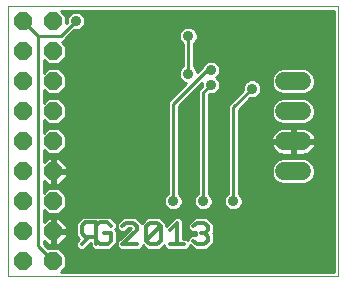
<source format=gtl>
G75*
G70*
%OFA0B0*%
%FSLAX24Y24*%
%IPPOS*%
%LPD*%
%AMOC8*
5,1,8,0,0,1.08239X$1,22.5*
%
%ADD10C,0.0000*%
%ADD11C,0.0594*%
%ADD12OC8,0.0600*%
%ADD13C,0.0120*%
%ADD14C,0.0357*%
%ADD15C,0.0100*%
D10*
X000151Y000151D02*
X000151Y009151D01*
X011151Y009151D01*
X011151Y000151D01*
X000151Y000151D01*
D11*
X009354Y003651D02*
X009948Y003651D01*
X009948Y004651D02*
X009354Y004651D01*
X009354Y005651D02*
X009948Y005651D01*
X009948Y006651D02*
X009354Y006651D01*
D12*
X001651Y006651D03*
X000651Y006651D03*
X000651Y005651D03*
X001651Y005651D03*
X001651Y004651D03*
X000651Y004651D03*
X000651Y003651D03*
X001651Y003651D03*
X001651Y002651D03*
X000651Y002651D03*
X000651Y001651D03*
X001651Y001651D03*
X001651Y000651D03*
X000651Y000651D03*
X000651Y007651D03*
X001651Y007651D03*
X001651Y008651D03*
X000651Y008651D03*
D13*
X002721Y001951D02*
X002601Y001831D01*
X002601Y001581D01*
X002721Y001461D01*
X002841Y001461D01*
X002601Y001211D01*
X002841Y001461D02*
X003091Y001461D01*
X003091Y001831D01*
X003091Y001951D01*
X002721Y001951D01*
X003091Y001831D02*
X003211Y001951D01*
X003451Y001951D01*
X003571Y001831D01*
X003581Y001581D02*
X003331Y001581D01*
X003581Y001581D02*
X003581Y001341D01*
X003461Y001211D01*
X003211Y001211D01*
X003091Y001331D01*
X003091Y001211D01*
X003091Y001331D02*
X003091Y001461D01*
X003951Y001211D02*
X004441Y001691D01*
X004441Y001811D01*
X004441Y001821D02*
X004321Y001941D01*
X004081Y001941D01*
X003951Y001811D01*
X003951Y001211D02*
X004441Y001211D01*
X004751Y001331D02*
X004871Y001211D01*
X005111Y001211D01*
X005231Y001331D01*
X005231Y001811D01*
X005111Y001931D01*
X004871Y001931D01*
X004751Y001811D01*
X004751Y001331D01*
X005221Y001811D01*
X005541Y001689D02*
X005784Y001931D01*
X005784Y001924D02*
X005784Y001219D01*
X006024Y001211D02*
X005539Y001211D01*
X006321Y001341D02*
X006451Y001211D01*
X006691Y001211D01*
X006811Y001331D01*
X006811Y001341D02*
X006811Y001461D01*
X006811Y001471D02*
X006701Y001581D01*
X006811Y001691D01*
X006811Y001811D01*
X006811Y001821D02*
X006691Y001941D01*
X006451Y001941D01*
X006321Y001811D01*
X006584Y001581D02*
X006699Y001581D01*
D14*
X006651Y002651D03*
X005651Y002651D03*
X007651Y002651D03*
X008276Y006401D03*
X006901Y006526D03*
X006901Y007026D03*
X006151Y006901D03*
X006151Y008151D03*
X002401Y008651D03*
D15*
X001901Y008151D01*
X001151Y008151D01*
X000651Y008651D01*
X001151Y008151D02*
X001151Y001151D01*
X001651Y000651D01*
X001971Y000940D02*
X011001Y000940D01*
X011001Y001038D02*
X006787Y001038D01*
X006770Y001021D02*
X007001Y001252D01*
X007001Y001392D01*
X007001Y001550D01*
X006970Y001581D01*
X007001Y001612D01*
X007001Y001742D01*
X007001Y001900D01*
X006770Y002131D01*
X006612Y002131D01*
X006372Y002131D01*
X006261Y002020D01*
X006131Y001890D01*
X006131Y001732D01*
X006242Y001621D01*
X006394Y001621D01*
X006394Y001531D01*
X006242Y001531D01*
X005974Y001531D01*
X005974Y001629D02*
X006234Y001629D01*
X006242Y001531D02*
X006131Y001420D01*
X006131Y001372D01*
X006102Y001401D01*
X005974Y001401D01*
X005974Y002002D01*
X005974Y002002D01*
X005974Y002010D01*
X005862Y002121D01*
X005705Y002121D01*
X005421Y001837D01*
X005421Y001890D01*
X005301Y002010D01*
X005190Y002121D01*
X004950Y002121D01*
X004792Y002121D01*
X004672Y002001D01*
X004601Y001930D01*
X004400Y002131D01*
X004242Y002131D01*
X004002Y002131D01*
X003891Y002020D01*
X003761Y001890D01*
X003761Y001732D01*
X003872Y001621D01*
X004030Y001621D01*
X004160Y001751D01*
X004231Y001751D01*
X003874Y001401D01*
X003872Y001401D01*
X003816Y001345D01*
X003773Y001302D01*
X003771Y001345D01*
X003771Y001660D01*
X003720Y001711D01*
X003761Y001752D01*
X003761Y001910D01*
X003530Y002141D01*
X003372Y002141D01*
X003170Y002141D01*
X002800Y002141D01*
X002642Y002141D01*
X002522Y002021D01*
X002411Y001910D01*
X002411Y001660D01*
X002411Y001502D01*
X002516Y001397D01*
X002410Y001286D01*
X002413Y001129D01*
X002526Y001020D01*
X002684Y001023D01*
X002901Y001249D01*
X002901Y001132D01*
X003012Y001021D01*
X003170Y001021D01*
X003290Y001021D01*
X003387Y001021D01*
X003390Y001018D01*
X003465Y001021D01*
X003540Y001021D01*
X003543Y001024D01*
X003547Y001024D01*
X003598Y001079D01*
X003651Y001132D01*
X003651Y001137D01*
X003718Y001209D01*
X003761Y001253D01*
X003761Y001211D01*
X003760Y001134D01*
X003761Y001134D01*
X003761Y001132D01*
X003817Y001076D01*
X003871Y001022D01*
X003872Y001022D01*
X003872Y001021D01*
X003951Y001021D01*
X004028Y001020D01*
X004029Y001021D01*
X004520Y001021D01*
X004631Y001132D01*
X004631Y001183D01*
X004792Y001021D01*
X004950Y001021D01*
X005032Y001021D01*
X005190Y001021D01*
X005310Y001141D01*
X005349Y001180D01*
X005349Y001132D01*
X005460Y001021D01*
X006102Y001021D01*
X006214Y001132D01*
X006214Y001180D01*
X006261Y001132D01*
X006372Y001021D01*
X006612Y001021D01*
X006770Y001021D01*
X006885Y001137D02*
X011001Y001137D01*
X011001Y001235D02*
X006984Y001235D01*
X007001Y001334D02*
X011001Y001334D01*
X011001Y001432D02*
X007001Y001432D01*
X007001Y001531D02*
X011001Y001531D01*
X011001Y001629D02*
X007001Y001629D01*
X007001Y001728D02*
X011001Y001728D01*
X011001Y001826D02*
X007001Y001826D01*
X006976Y001925D02*
X011001Y001925D01*
X011001Y002024D02*
X006878Y002024D01*
X006779Y002122D02*
X011001Y002122D01*
X011001Y002221D02*
X001331Y002221D01*
X001331Y002319D02*
X001375Y002319D01*
X001331Y002363D02*
X001473Y002221D01*
X001829Y002221D01*
X002081Y002473D01*
X002081Y002829D01*
X001829Y003081D01*
X001473Y003081D01*
X001331Y002939D01*
X001331Y003335D01*
X001465Y003201D01*
X001601Y003201D01*
X001601Y003601D01*
X001701Y003601D01*
X001701Y003201D01*
X001838Y003201D01*
X002101Y003465D01*
X002101Y003601D01*
X001701Y003601D01*
X001701Y003701D01*
X001601Y003701D01*
X001601Y004101D01*
X001465Y004101D01*
X001331Y003967D01*
X001331Y004363D01*
X001473Y004221D01*
X001829Y004221D01*
X002081Y004473D01*
X002081Y004829D01*
X001829Y005081D01*
X001473Y005081D01*
X001331Y004939D01*
X001331Y005363D01*
X001473Y005221D01*
X001829Y005221D01*
X002081Y005473D01*
X002081Y005829D01*
X001829Y006081D01*
X001473Y006081D01*
X001331Y005939D01*
X001331Y006363D01*
X001473Y006221D01*
X001829Y006221D01*
X002081Y006473D01*
X002081Y006829D01*
X001829Y007081D01*
X001473Y007081D01*
X001331Y006939D01*
X001331Y007363D01*
X001473Y007221D01*
X001829Y007221D01*
X002081Y007473D01*
X002081Y007829D01*
X001939Y007971D01*
X001976Y007971D01*
X002081Y008077D01*
X002347Y008343D01*
X002463Y008343D01*
X002576Y008390D01*
X002663Y008476D01*
X002710Y008590D01*
X002710Y008713D01*
X002663Y008826D01*
X002576Y008913D01*
X002463Y008960D01*
X002340Y008960D01*
X002226Y008913D01*
X002140Y008826D01*
X002093Y008713D01*
X002093Y008597D01*
X002081Y008586D01*
X002081Y008829D01*
X001909Y009001D01*
X011001Y009001D01*
X011001Y000301D01*
X001909Y000301D01*
X002081Y000473D01*
X002081Y000829D01*
X001829Y001081D01*
X001476Y001081D01*
X001331Y001226D01*
X001331Y001335D01*
X001465Y001201D01*
X001601Y001201D01*
X001601Y001601D01*
X001701Y001601D01*
X001701Y001201D01*
X001838Y001201D01*
X002101Y001465D01*
X002101Y001601D01*
X001701Y001601D01*
X001701Y001701D01*
X001601Y001701D01*
X001601Y002101D01*
X001465Y002101D01*
X001331Y001967D01*
X001331Y002363D01*
X001331Y002122D02*
X002623Y002122D01*
X002525Y002024D02*
X001915Y002024D01*
X001838Y002101D02*
X001701Y002101D01*
X001701Y001701D01*
X002101Y001701D01*
X002101Y001838D01*
X001838Y002101D01*
X001701Y002024D02*
X001601Y002024D01*
X001601Y001925D02*
X001701Y001925D01*
X001701Y001826D02*
X001601Y001826D01*
X001601Y001728D02*
X001701Y001728D01*
X001701Y001629D02*
X002411Y001629D01*
X002411Y001531D02*
X002101Y001531D01*
X002069Y001432D02*
X002481Y001432D01*
X002455Y001334D02*
X001970Y001334D01*
X001872Y001235D02*
X002411Y001235D01*
X002413Y001137D02*
X001420Y001137D01*
X001431Y001235D02*
X001331Y001235D01*
X001331Y001334D02*
X001332Y001334D01*
X001601Y001334D02*
X001701Y001334D01*
X001701Y001432D02*
X001601Y001432D01*
X001601Y001531D02*
X001701Y001531D01*
X001701Y001235D02*
X001601Y001235D01*
X001872Y001038D02*
X002507Y001038D01*
X002698Y001038D02*
X002996Y001038D01*
X002901Y001137D02*
X002793Y001137D01*
X002888Y001235D02*
X002901Y001235D01*
X002411Y001728D02*
X002101Y001728D01*
X002101Y001826D02*
X002411Y001826D01*
X002426Y001925D02*
X002014Y001925D01*
X001927Y002319D02*
X011001Y002319D01*
X011001Y002418D02*
X007854Y002418D01*
X007826Y002390D02*
X007913Y002476D01*
X007960Y002590D01*
X007960Y002713D01*
X007913Y002826D01*
X007831Y002907D01*
X007831Y005702D01*
X008222Y006093D01*
X008338Y006093D01*
X008451Y006140D01*
X008538Y006226D01*
X008585Y006340D01*
X008585Y006463D01*
X008538Y006576D01*
X008451Y006663D01*
X008338Y006710D01*
X008215Y006710D01*
X008101Y006663D01*
X008015Y006576D01*
X007968Y006463D01*
X007968Y006347D01*
X007577Y005956D01*
X007471Y005851D01*
X007471Y002907D01*
X007390Y002826D01*
X007343Y002713D01*
X006959Y002713D01*
X006960Y002713D02*
X006913Y002826D01*
X006831Y002907D01*
X006831Y006202D01*
X006847Y006218D01*
X006963Y006218D01*
X007076Y006265D01*
X007163Y006351D01*
X007210Y006465D01*
X007210Y006588D01*
X007163Y006701D01*
X007087Y006776D01*
X007163Y006851D01*
X007210Y006965D01*
X007210Y007088D01*
X007163Y007201D01*
X007076Y007288D01*
X006963Y007335D01*
X006840Y007335D01*
X006726Y007288D01*
X006640Y007201D01*
X006600Y007104D01*
X006459Y006964D01*
X006413Y007076D01*
X006331Y007157D01*
X006331Y007895D01*
X006413Y007976D01*
X006460Y008090D01*
X006460Y008213D01*
X006413Y008326D01*
X006326Y008413D01*
X006213Y008460D01*
X006090Y008460D01*
X005976Y008413D01*
X005890Y008326D01*
X005843Y008213D01*
X005843Y008090D01*
X005890Y007976D01*
X005971Y007895D01*
X005971Y007157D01*
X005890Y007076D01*
X005843Y006963D01*
X005843Y006840D01*
X005890Y006726D01*
X005976Y006640D01*
X006089Y006593D01*
X005577Y006081D01*
X005471Y005976D01*
X005471Y002907D01*
X005390Y002826D01*
X005343Y002713D01*
X002081Y002713D01*
X002081Y002615D02*
X005343Y002615D01*
X005343Y002590D02*
X005390Y002476D01*
X005476Y002390D01*
X005590Y002343D01*
X005713Y002343D01*
X005826Y002390D01*
X005913Y002476D01*
X005960Y002590D01*
X005960Y002713D01*
X005913Y002826D01*
X005831Y002907D01*
X005831Y005827D01*
X006593Y006589D01*
X006593Y006588D01*
X006593Y006472D01*
X006577Y006456D01*
X006471Y006351D01*
X006471Y002907D01*
X006390Y002826D01*
X006343Y002713D01*
X005959Y002713D01*
X005960Y002615D02*
X006343Y002615D01*
X006343Y002590D02*
X006390Y002476D01*
X006476Y002390D01*
X006590Y002343D01*
X006713Y002343D01*
X006826Y002390D01*
X006913Y002476D01*
X006960Y002590D01*
X006960Y002713D01*
X006960Y002615D02*
X007343Y002615D01*
X007343Y002590D02*
X007390Y002476D01*
X007476Y002390D01*
X007590Y002343D01*
X007713Y002343D01*
X007826Y002390D01*
X007929Y002516D02*
X011001Y002516D01*
X011001Y002615D02*
X007960Y002615D01*
X007959Y002713D02*
X011001Y002713D01*
X011001Y002812D02*
X007918Y002812D01*
X007831Y002910D02*
X011001Y002910D01*
X011001Y003009D02*
X007831Y003009D01*
X007831Y003107D02*
X011001Y003107D01*
X011001Y003206D02*
X007831Y003206D01*
X007831Y003305D02*
X009097Y003305D01*
X009113Y003289D02*
X009269Y003224D01*
X010033Y003224D01*
X010190Y003289D01*
X010310Y003409D01*
X010375Y003566D01*
X010375Y003736D01*
X010310Y003893D01*
X010190Y004013D01*
X010033Y004078D01*
X009269Y004078D01*
X009113Y004013D01*
X008992Y003893D01*
X008927Y003736D01*
X008927Y003566D01*
X008992Y003409D01*
X009113Y003289D01*
X008999Y003403D02*
X007831Y003403D01*
X007831Y003502D02*
X008954Y003502D01*
X008927Y003600D02*
X007831Y003600D01*
X007831Y003699D02*
X008927Y003699D01*
X008953Y003797D02*
X007831Y003797D01*
X007831Y003896D02*
X008995Y003896D01*
X009094Y003994D02*
X007831Y003994D01*
X007831Y004093D02*
X011001Y004093D01*
X011001Y004191D02*
X007831Y004191D01*
X007831Y004290D02*
X009091Y004290D01*
X009063Y004310D02*
X009120Y004269D01*
X009183Y004237D01*
X009250Y004215D01*
X009319Y004204D01*
X009603Y004204D01*
X009603Y004602D01*
X009700Y004602D01*
X009700Y004204D01*
X009983Y004204D01*
X010053Y004215D01*
X010120Y004237D01*
X010182Y004269D01*
X010239Y004310D01*
X010289Y004360D01*
X010330Y004417D01*
X010362Y004480D01*
X010384Y004546D01*
X010393Y004603D01*
X009700Y004603D01*
X009700Y004700D01*
X009603Y004700D01*
X009603Y005098D01*
X009319Y005098D01*
X009250Y005087D01*
X009183Y005065D01*
X009120Y005033D01*
X009063Y004992D01*
X009013Y004942D01*
X008972Y004885D01*
X008940Y004823D01*
X008918Y004756D01*
X008910Y004700D01*
X009602Y004700D01*
X009602Y004603D01*
X008910Y004603D01*
X008918Y004546D01*
X008940Y004480D01*
X008972Y004417D01*
X009013Y004360D01*
X009063Y004310D01*
X008993Y004389D02*
X007831Y004389D01*
X007831Y004487D02*
X008938Y004487D01*
X008912Y004586D02*
X007831Y004586D01*
X007831Y004684D02*
X009602Y004684D01*
X009700Y004684D02*
X011001Y004684D01*
X011001Y004586D02*
X010390Y004586D01*
X010365Y004487D02*
X011001Y004487D01*
X011001Y004389D02*
X010310Y004389D01*
X010211Y004290D02*
X011001Y004290D01*
X011001Y003994D02*
X010208Y003994D01*
X010307Y003896D02*
X011001Y003896D01*
X011001Y003797D02*
X010350Y003797D01*
X010375Y003699D02*
X011001Y003699D01*
X011001Y003600D02*
X010375Y003600D01*
X010348Y003502D02*
X011001Y003502D01*
X011001Y003403D02*
X010304Y003403D01*
X010205Y003305D02*
X011001Y003305D01*
X009700Y004290D02*
X009603Y004290D01*
X009603Y004389D02*
X009700Y004389D01*
X009700Y004487D02*
X009603Y004487D01*
X009603Y004586D02*
X009700Y004586D01*
X009700Y004700D02*
X010393Y004700D01*
X010384Y004756D01*
X010362Y004823D01*
X010330Y004885D01*
X010289Y004942D01*
X010239Y004992D01*
X010182Y005033D01*
X010120Y005065D01*
X010053Y005087D01*
X009983Y005098D01*
X009700Y005098D01*
X009700Y004700D01*
X009700Y004783D02*
X009603Y004783D01*
X009603Y004881D02*
X009700Y004881D01*
X009700Y004980D02*
X009603Y004980D01*
X009603Y005078D02*
X009700Y005078D01*
X010033Y005224D02*
X010190Y005289D01*
X010310Y005409D01*
X010375Y005566D01*
X010375Y005736D01*
X010310Y005893D01*
X010190Y006013D01*
X010033Y006078D01*
X009269Y006078D01*
X009113Y006013D01*
X008992Y005893D01*
X008927Y005736D01*
X008927Y005566D01*
X008992Y005409D01*
X009113Y005289D01*
X009269Y005224D01*
X010033Y005224D01*
X010156Y005275D02*
X011001Y005275D01*
X011001Y005177D02*
X007831Y005177D01*
X007831Y005275D02*
X009146Y005275D01*
X009028Y005374D02*
X007831Y005374D01*
X007831Y005473D02*
X008966Y005473D01*
X008927Y005571D02*
X007831Y005571D01*
X007831Y005670D02*
X008927Y005670D01*
X008941Y005768D02*
X007898Y005768D01*
X007996Y005867D02*
X008982Y005867D01*
X009065Y005965D02*
X008095Y005965D01*
X008193Y006064D02*
X009235Y006064D01*
X009269Y006224D02*
X010033Y006224D01*
X010190Y006289D01*
X010310Y006409D01*
X010375Y006566D01*
X010375Y006736D01*
X010310Y006893D01*
X010190Y007013D01*
X010033Y007078D01*
X009269Y007078D01*
X009113Y007013D01*
X008992Y006893D01*
X008927Y006736D01*
X008927Y006566D01*
X008992Y006409D01*
X009113Y006289D01*
X009269Y006224D01*
X009181Y006261D02*
X008552Y006261D01*
X008585Y006359D02*
X009042Y006359D01*
X008972Y006458D02*
X008585Y006458D01*
X008546Y006556D02*
X008931Y006556D01*
X008927Y006655D02*
X008458Y006655D01*
X008276Y006401D02*
X007651Y005776D01*
X007651Y002651D01*
X007373Y002516D02*
X006929Y002516D01*
X006854Y002418D02*
X007449Y002418D01*
X007343Y002590D02*
X007343Y002713D01*
X007384Y002812D02*
X006918Y002812D01*
X006831Y002910D02*
X007471Y002910D01*
X007471Y003009D02*
X006831Y003009D01*
X006831Y003107D02*
X007471Y003107D01*
X007471Y003206D02*
X006831Y003206D01*
X006831Y003305D02*
X007471Y003305D01*
X007471Y003403D02*
X006831Y003403D01*
X006831Y003502D02*
X007471Y003502D01*
X007471Y003600D02*
X006831Y003600D01*
X006831Y003699D02*
X007471Y003699D01*
X007471Y003797D02*
X006831Y003797D01*
X006831Y003896D02*
X007471Y003896D01*
X007471Y003994D02*
X006831Y003994D01*
X006831Y004093D02*
X007471Y004093D01*
X007471Y004191D02*
X006831Y004191D01*
X006831Y004290D02*
X007471Y004290D01*
X007471Y004389D02*
X006831Y004389D01*
X006831Y004487D02*
X007471Y004487D01*
X007471Y004586D02*
X006831Y004586D01*
X006831Y004684D02*
X007471Y004684D01*
X007471Y004783D02*
X006831Y004783D01*
X006831Y004881D02*
X007471Y004881D01*
X007471Y004980D02*
X006831Y004980D01*
X006831Y005078D02*
X007471Y005078D01*
X007471Y005177D02*
X006831Y005177D01*
X006831Y005275D02*
X007471Y005275D01*
X007471Y005374D02*
X006831Y005374D01*
X006831Y005473D02*
X007471Y005473D01*
X007471Y005571D02*
X006831Y005571D01*
X006831Y005670D02*
X007471Y005670D01*
X007471Y005768D02*
X006831Y005768D01*
X006831Y005867D02*
X007487Y005867D01*
X007586Y005965D02*
X006831Y005965D01*
X006831Y006064D02*
X007684Y006064D01*
X007783Y006162D02*
X006831Y006162D01*
X006651Y006276D02*
X006651Y002651D01*
X006373Y002516D02*
X005929Y002516D01*
X005854Y002418D02*
X006449Y002418D01*
X006343Y002590D02*
X006343Y002713D01*
X006384Y002812D02*
X005918Y002812D01*
X005831Y002910D02*
X006471Y002910D01*
X006471Y003009D02*
X005831Y003009D01*
X005831Y003107D02*
X006471Y003107D01*
X006471Y003206D02*
X005831Y003206D01*
X005831Y003305D02*
X006471Y003305D01*
X006471Y003403D02*
X005831Y003403D01*
X005831Y003502D02*
X006471Y003502D01*
X006471Y003600D02*
X005831Y003600D01*
X005831Y003699D02*
X006471Y003699D01*
X006471Y003797D02*
X005831Y003797D01*
X005831Y003896D02*
X006471Y003896D01*
X006471Y003994D02*
X005831Y003994D01*
X005831Y004093D02*
X006471Y004093D01*
X006471Y004191D02*
X005831Y004191D01*
X005831Y004290D02*
X006471Y004290D01*
X006471Y004389D02*
X005831Y004389D01*
X005831Y004487D02*
X006471Y004487D01*
X006471Y004586D02*
X005831Y004586D01*
X005831Y004684D02*
X006471Y004684D01*
X006471Y004783D02*
X005831Y004783D01*
X005831Y004881D02*
X006471Y004881D01*
X006471Y004980D02*
X005831Y004980D01*
X005831Y005078D02*
X006471Y005078D01*
X006471Y005177D02*
X005831Y005177D01*
X005831Y005275D02*
X006471Y005275D01*
X006471Y005374D02*
X005831Y005374D01*
X005831Y005473D02*
X006471Y005473D01*
X006471Y005571D02*
X005831Y005571D01*
X005831Y005670D02*
X006471Y005670D01*
X006471Y005768D02*
X005831Y005768D01*
X005871Y005867D02*
X006471Y005867D01*
X006471Y005965D02*
X005970Y005965D01*
X006068Y006064D02*
X006471Y006064D01*
X006471Y006162D02*
X006167Y006162D01*
X006265Y006261D02*
X006471Y006261D01*
X006480Y006359D02*
X006364Y006359D01*
X006462Y006458D02*
X006578Y006458D01*
X006561Y006556D02*
X006593Y006556D01*
X006651Y006276D02*
X006901Y006526D01*
X007182Y006655D02*
X008094Y006655D01*
X008007Y006556D02*
X007210Y006556D01*
X007207Y006458D02*
X007968Y006458D01*
X007968Y006359D02*
X007166Y006359D01*
X007067Y006261D02*
X007881Y006261D01*
X008473Y006162D02*
X011001Y006162D01*
X011001Y006064D02*
X010067Y006064D01*
X010238Y005965D02*
X011001Y005965D01*
X011001Y005867D02*
X010321Y005867D01*
X010362Y005768D02*
X011001Y005768D01*
X011001Y005670D02*
X010375Y005670D01*
X010375Y005571D02*
X011001Y005571D01*
X011001Y005473D02*
X010336Y005473D01*
X010274Y005374D02*
X011001Y005374D01*
X011001Y005078D02*
X010079Y005078D01*
X010251Y004980D02*
X011001Y004980D01*
X011001Y004881D02*
X010332Y004881D01*
X010375Y004783D02*
X011001Y004783D01*
X011001Y006261D02*
X010121Y006261D01*
X010260Y006359D02*
X011001Y006359D01*
X011001Y006458D02*
X010330Y006458D01*
X010371Y006556D02*
X011001Y006556D01*
X011001Y006655D02*
X010375Y006655D01*
X010368Y006754D02*
X011001Y006754D01*
X011001Y006852D02*
X010327Y006852D01*
X010252Y006951D02*
X011001Y006951D01*
X011001Y007049D02*
X010102Y007049D01*
X009200Y007049D02*
X007210Y007049D01*
X007204Y006951D02*
X009050Y006951D01*
X008976Y006852D02*
X007163Y006852D01*
X007110Y006754D02*
X008935Y006754D01*
X007185Y007148D02*
X011001Y007148D01*
X011001Y007246D02*
X007117Y007246D01*
X006901Y007026D02*
X006776Y007026D01*
X005651Y005901D01*
X005651Y002651D01*
X005373Y002516D02*
X002081Y002516D01*
X002026Y002418D02*
X005449Y002418D01*
X005343Y002590D02*
X005343Y002713D01*
X005384Y002812D02*
X002081Y002812D01*
X002000Y002910D02*
X005471Y002910D01*
X005471Y003009D02*
X001901Y003009D01*
X001842Y003206D02*
X005471Y003206D01*
X005471Y003107D02*
X001331Y003107D01*
X001331Y003009D02*
X001401Y003009D01*
X001460Y003206D02*
X001331Y003206D01*
X001331Y003305D02*
X001361Y003305D01*
X001601Y003305D02*
X001701Y003305D01*
X001701Y003403D02*
X001601Y003403D01*
X001601Y003502D02*
X001701Y003502D01*
X001701Y003600D02*
X001601Y003600D01*
X001701Y003699D02*
X005471Y003699D01*
X005471Y003797D02*
X002101Y003797D01*
X002101Y003838D02*
X002101Y003701D01*
X001701Y003701D01*
X001701Y004101D01*
X001838Y004101D01*
X002101Y003838D01*
X002043Y003896D02*
X005471Y003896D01*
X005471Y003994D02*
X001944Y003994D01*
X001846Y004093D02*
X005471Y004093D01*
X005471Y004191D02*
X001331Y004191D01*
X001331Y004093D02*
X001457Y004093D01*
X001358Y003994D02*
X001331Y003994D01*
X001601Y003994D02*
X001701Y003994D01*
X001701Y003896D02*
X001601Y003896D01*
X001601Y003797D02*
X001701Y003797D01*
X002101Y003600D02*
X005471Y003600D01*
X005471Y003502D02*
X002101Y003502D01*
X002039Y003403D02*
X005471Y003403D01*
X005471Y003305D02*
X001941Y003305D01*
X001701Y003206D02*
X001601Y003206D01*
X001601Y004093D02*
X001701Y004093D01*
X001898Y004290D02*
X005471Y004290D01*
X005471Y004389D02*
X001997Y004389D01*
X002081Y004487D02*
X005471Y004487D01*
X005471Y004586D02*
X002081Y004586D01*
X002081Y004684D02*
X005471Y004684D01*
X005471Y004783D02*
X002081Y004783D01*
X002029Y004881D02*
X005471Y004881D01*
X005471Y004980D02*
X001931Y004980D01*
X001832Y005078D02*
X005471Y005078D01*
X005471Y005177D02*
X001331Y005177D01*
X001331Y005275D02*
X001419Y005275D01*
X001470Y005078D02*
X001331Y005078D01*
X001331Y004980D02*
X001372Y004980D01*
X001884Y005275D02*
X005471Y005275D01*
X005471Y005374D02*
X001982Y005374D01*
X002081Y005473D02*
X005471Y005473D01*
X005471Y005571D02*
X002081Y005571D01*
X002081Y005670D02*
X005471Y005670D01*
X005471Y005768D02*
X002081Y005768D01*
X002044Y005867D02*
X005471Y005867D01*
X005471Y005965D02*
X001945Y005965D01*
X001847Y006064D02*
X005559Y006064D01*
X005658Y006162D02*
X001331Y006162D01*
X001331Y006064D02*
X001456Y006064D01*
X001357Y005965D02*
X001331Y005965D01*
X001331Y006261D02*
X001433Y006261D01*
X001335Y006359D02*
X001331Y006359D01*
X001869Y006261D02*
X005756Y006261D01*
X005855Y006359D02*
X001967Y006359D01*
X002066Y006458D02*
X005953Y006458D01*
X006052Y006556D02*
X002081Y006556D01*
X002081Y006655D02*
X005961Y006655D01*
X005878Y006754D02*
X002081Y006754D01*
X002058Y006852D02*
X005843Y006852D01*
X005843Y006951D02*
X001960Y006951D01*
X001861Y007049D02*
X005879Y007049D01*
X005962Y007148D02*
X001331Y007148D01*
X001331Y007246D02*
X001448Y007246D01*
X001349Y007345D02*
X001331Y007345D01*
X001331Y007049D02*
X001441Y007049D01*
X001343Y006951D02*
X001331Y006951D01*
X001854Y007246D02*
X005971Y007246D01*
X005971Y007345D02*
X001953Y007345D01*
X002051Y007443D02*
X005971Y007443D01*
X005971Y007542D02*
X002081Y007542D01*
X002081Y007640D02*
X005971Y007640D01*
X005971Y007739D02*
X002081Y007739D01*
X002073Y007838D02*
X005971Y007838D01*
X005930Y007936D02*
X001974Y007936D01*
X002039Y008035D02*
X005866Y008035D01*
X005843Y008133D02*
X002138Y008133D01*
X002236Y008232D02*
X005851Y008232D01*
X005894Y008330D02*
X002335Y008330D01*
X002615Y008429D02*
X006016Y008429D01*
X006287Y008429D02*
X011001Y008429D01*
X011001Y008527D02*
X002684Y008527D01*
X002710Y008626D02*
X011001Y008626D01*
X011001Y008724D02*
X002705Y008724D01*
X002664Y008823D02*
X011001Y008823D01*
X011001Y008922D02*
X002554Y008922D01*
X002248Y008922D02*
X001989Y008922D01*
X002081Y008823D02*
X002139Y008823D01*
X002098Y008724D02*
X002081Y008724D01*
X002081Y008626D02*
X002093Y008626D01*
X006151Y008151D02*
X006151Y006901D01*
X006424Y007049D02*
X006545Y007049D01*
X006618Y007148D02*
X006341Y007148D01*
X006331Y007246D02*
X006685Y007246D01*
X006331Y007345D02*
X011001Y007345D01*
X011001Y007443D02*
X006331Y007443D01*
X006331Y007542D02*
X011001Y007542D01*
X011001Y007640D02*
X006331Y007640D01*
X006331Y007739D02*
X011001Y007739D01*
X011001Y007838D02*
X006331Y007838D01*
X006372Y007936D02*
X011001Y007936D01*
X011001Y008035D02*
X006437Y008035D01*
X006460Y008133D02*
X011001Y008133D01*
X011001Y008232D02*
X006452Y008232D01*
X006408Y008330D02*
X011001Y008330D01*
X009223Y005078D02*
X007831Y005078D01*
X007831Y004980D02*
X009051Y004980D01*
X008970Y004881D02*
X007831Y004881D01*
X007831Y004783D02*
X008927Y004783D01*
X006363Y002122D02*
X004409Y002122D01*
X004508Y002024D02*
X004695Y002024D01*
X004207Y001728D02*
X004137Y001728D01*
X004107Y001629D02*
X004038Y001629D01*
X004006Y001531D02*
X003771Y001531D01*
X003771Y001629D02*
X003864Y001629D01*
X003766Y001728D02*
X003737Y001728D01*
X003761Y001826D02*
X003761Y001826D01*
X003746Y001925D02*
X003796Y001925D01*
X003895Y002024D02*
X003648Y002024D01*
X003549Y002122D02*
X003993Y002122D01*
X003905Y001432D02*
X003771Y001432D01*
X003772Y001334D02*
X003805Y001334D01*
X003761Y001235D02*
X003744Y001235D01*
X003760Y001137D02*
X003651Y001137D01*
X003560Y001038D02*
X003855Y001038D01*
X004537Y001038D02*
X004776Y001038D01*
X004677Y001137D02*
X004631Y001137D01*
X005207Y001038D02*
X005443Y001038D01*
X005349Y001137D02*
X005305Y001137D01*
X005974Y001432D02*
X006144Y001432D01*
X006136Y001728D02*
X005974Y001728D01*
X005974Y001826D02*
X006131Y001826D01*
X006166Y001925D02*
X005974Y001925D01*
X005960Y002024D02*
X006265Y002024D01*
X005607Y002024D02*
X005288Y002024D01*
X005386Y001925D02*
X005509Y001925D01*
X006214Y001137D02*
X006257Y001137D01*
X006356Y001038D02*
X006119Y001038D01*
X002081Y000742D02*
X011001Y000742D01*
X011001Y000644D02*
X002081Y000644D01*
X002081Y000545D02*
X011001Y000545D01*
X011001Y000447D02*
X002055Y000447D01*
X001956Y000348D02*
X011001Y000348D01*
X011001Y000841D02*
X002069Y000841D01*
X001387Y002024D02*
X001331Y002024D01*
X001331Y004290D02*
X001404Y004290D01*
M02*

</source>
